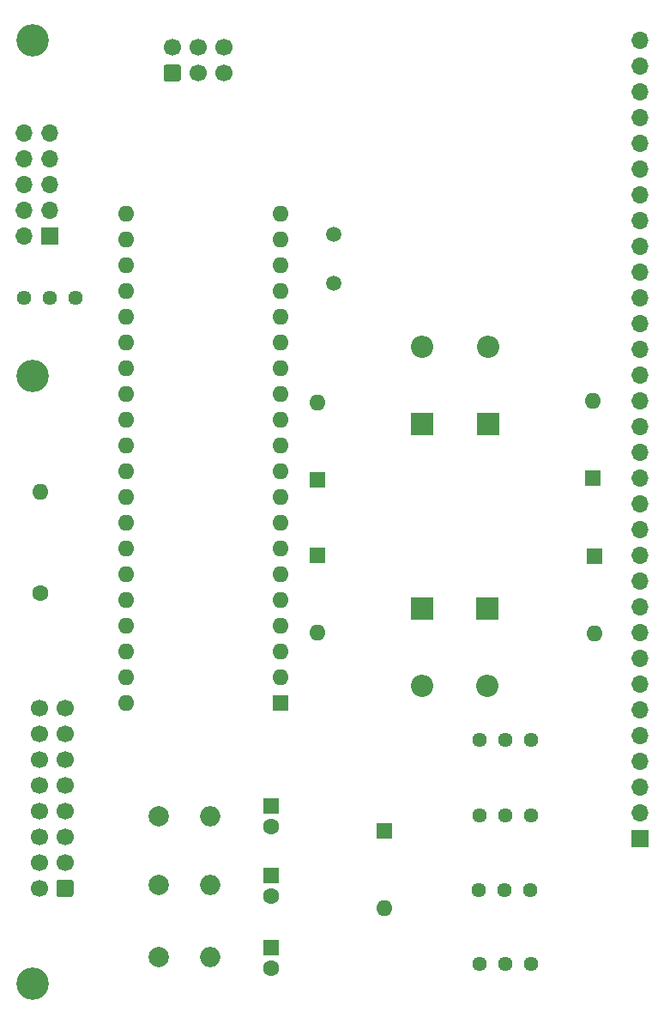
<source format=gbr>
%TF.GenerationSoftware,KiCad,Pcbnew,(5.1.10)-1*%
%TF.CreationDate,2021-10-30T12:19:22-04:00*%
%TF.ProjectId,Processor Board,50726f63-6573-4736-9f72-20426f617264,rev?*%
%TF.SameCoordinates,Original*%
%TF.FileFunction,Soldermask,Bot*%
%TF.FilePolarity,Negative*%
%FSLAX46Y46*%
G04 Gerber Fmt 4.6, Leading zero omitted, Abs format (unit mm)*
G04 Created by KiCad (PCBNEW (5.1.10)-1) date 2021-10-30 12:19:22*
%MOMM*%
%LPD*%
G01*
G04 APERTURE LIST*
%ADD10C,3.200000*%
%ADD11C,1.600000*%
%ADD12R,1.600000X1.600000*%
%ADD13O,1.600000X1.600000*%
%ADD14R,2.200000X2.200000*%
%ADD15O,2.200000X2.200000*%
%ADD16C,2.000000*%
%ADD17O,2.000000X2.000000*%
%ADD18C,1.700000*%
%ADD19R,1.700000X1.700000*%
%ADD20O,1.700000X1.700000*%
%ADD21C,1.500000*%
%ADD22C,1.440000*%
G04 APERTURE END LIST*
D10*
%TO.C,REF\u002A\u002A*%
X53500000Y-53500000D03*
%TD*%
%TO.C,m3*%
X53500000Y-86600000D03*
%TD*%
%TO.C,m3*%
X53500000Y-146500000D03*
%TD*%
D11*
%TO.C,C4*%
X77038200Y-144963900D03*
D12*
X77038200Y-142963900D03*
%TD*%
%TO.C,C6*%
X77038200Y-129025900D03*
D11*
X77038200Y-131025900D03*
%TD*%
D12*
%TO.C,C8*%
X77038200Y-135851900D03*
D11*
X77038200Y-137851900D03*
%TD*%
D12*
%TO.C,D1*%
X88193880Y-131490720D03*
D13*
X88193880Y-139110720D03*
%TD*%
D14*
%TO.C,D2*%
X91937840Y-91313000D03*
D15*
X91937840Y-83693000D03*
%TD*%
D14*
%TO.C,D3*%
X91968320Y-109534960D03*
D15*
X91968320Y-117154960D03*
%TD*%
%TO.C,D4*%
X98384360Y-117154960D03*
D14*
X98384360Y-109534960D03*
%TD*%
D15*
%TO.C,D5*%
X98455480Y-83693000D03*
D14*
X98455480Y-91313000D03*
%TD*%
D13*
%TO.C,D6*%
X81610200Y-89192100D03*
D12*
X81610200Y-96812100D03*
%TD*%
%TO.C,D7*%
X81622900Y-104279700D03*
D13*
X81622900Y-111899700D03*
%TD*%
%TO.C,D8*%
X109004100Y-111975900D03*
D12*
X109004100Y-104355900D03*
%TD*%
%TO.C,D9*%
X108826300Y-96685100D03*
D13*
X108826300Y-89065100D03*
%TD*%
D16*
%TO.C,FB1*%
X65976500Y-143878300D03*
D17*
X71056500Y-143878300D03*
%TD*%
%TO.C,FB2*%
X71005700Y-136766300D03*
D16*
X65925700Y-136766300D03*
%TD*%
%TO.C,FB3*%
X65976500Y-130009900D03*
D17*
X71056500Y-130009900D03*
%TD*%
%TO.C,J2*%
G36*
G01*
X67884600Y-57555500D02*
X66684600Y-57555500D01*
G75*
G02*
X66434600Y-57305500I0J250000D01*
G01*
X66434600Y-56105500D01*
G75*
G02*
X66684600Y-55855500I250000J0D01*
G01*
X67884600Y-55855500D01*
G75*
G02*
X68134600Y-56105500I0J-250000D01*
G01*
X68134600Y-57305500D01*
G75*
G02*
X67884600Y-57555500I-250000J0D01*
G01*
G37*
D18*
X69824600Y-56705500D03*
X72364600Y-56705500D03*
X67284600Y-54165500D03*
X69824600Y-54165500D03*
X72364600Y-54165500D03*
%TD*%
D19*
%TO.C,J3*%
X55240000Y-72800000D03*
D20*
X52700000Y-72800000D03*
X55240000Y-70260000D03*
X52700000Y-70260000D03*
X55240000Y-67720000D03*
X52700000Y-67720000D03*
X55240000Y-65180000D03*
X52700000Y-65180000D03*
X55240000Y-62640000D03*
X52700000Y-62640000D03*
%TD*%
D19*
%TO.C,J4*%
X113459200Y-132232400D03*
D20*
X113459200Y-129692400D03*
X113459200Y-127152400D03*
X113459200Y-124612400D03*
X113459200Y-122072400D03*
X113459200Y-119532400D03*
X113459200Y-116992400D03*
X113459200Y-114452400D03*
X113459200Y-111912400D03*
X113459200Y-109372400D03*
X113459200Y-106832400D03*
X113459200Y-104292400D03*
X113459200Y-101752400D03*
X113459200Y-99212400D03*
X113459200Y-96672400D03*
X113459200Y-94132400D03*
X113459200Y-91592400D03*
X113459200Y-89052400D03*
X113459200Y-86512400D03*
X113459200Y-83972400D03*
X113459200Y-81432400D03*
X113459200Y-78892400D03*
X113459200Y-76352400D03*
X113459200Y-73812400D03*
X113459200Y-71272400D03*
X113459200Y-68732400D03*
X113459200Y-66192400D03*
X113459200Y-63652400D03*
X113459200Y-61112400D03*
X113459200Y-58572400D03*
X113459200Y-56032400D03*
X113459200Y-53492400D03*
%TD*%
D11*
%TO.C,L1*%
X54259480Y-107980480D03*
D13*
X54259480Y-97980480D03*
%TD*%
D12*
%TO.C,U4*%
X77998320Y-118805960D03*
D13*
X62758320Y-70545960D03*
X77998320Y-116265960D03*
X62758320Y-73085960D03*
X77998320Y-113725960D03*
X62758320Y-75625960D03*
X77998320Y-111185960D03*
X62758320Y-78165960D03*
X77998320Y-108645960D03*
X62758320Y-80705960D03*
X77998320Y-106105960D03*
X62758320Y-83245960D03*
X77998320Y-103565960D03*
X62758320Y-85785960D03*
X77998320Y-101025960D03*
X62758320Y-88325960D03*
X77998320Y-98485960D03*
X62758320Y-90865960D03*
X77998320Y-95945960D03*
X62758320Y-93405960D03*
X77998320Y-93405960D03*
X62758320Y-95945960D03*
X77998320Y-90865960D03*
X62758320Y-98485960D03*
X77998320Y-88325960D03*
X62758320Y-101025960D03*
X77998320Y-85785960D03*
X62758320Y-103565960D03*
X77998320Y-83245960D03*
X62758320Y-106105960D03*
X77998320Y-80705960D03*
X62758320Y-108645960D03*
X77998320Y-78165960D03*
X62758320Y-111185960D03*
X77998320Y-75625960D03*
X62758320Y-113725960D03*
X77998320Y-73085960D03*
X62758320Y-116265960D03*
X77998320Y-70545960D03*
X62758320Y-118805960D03*
%TD*%
D21*
%TO.C,Y1*%
X83248500Y-72593200D03*
X83248500Y-77473200D03*
%TD*%
D22*
%TO.C,RV1*%
X52679600Y-78854300D03*
X55219600Y-78854300D03*
X57759600Y-78854300D03*
%TD*%
%TO.C,RV2*%
X102732840Y-122473720D03*
X100192840Y-122473720D03*
X97652840Y-122473720D03*
%TD*%
%TO.C,RV3*%
X97612200Y-129908300D03*
X100152200Y-129908300D03*
X102692200Y-129908300D03*
%TD*%
%TO.C,RV4*%
X102641400Y-137274300D03*
X100101400Y-137274300D03*
X97561400Y-137274300D03*
%TD*%
%TO.C,RV5*%
X97612200Y-144589500D03*
X100152200Y-144589500D03*
X102692200Y-144589500D03*
%TD*%
%TO.C,J1*%
G36*
G01*
X57542800Y-136521900D02*
X57542800Y-137721900D01*
G75*
G02*
X57292800Y-137971900I-250000J0D01*
G01*
X56092800Y-137971900D01*
G75*
G02*
X55842800Y-137721900I0J250000D01*
G01*
X55842800Y-136521900D01*
G75*
G02*
X56092800Y-136271900I250000J0D01*
G01*
X57292800Y-136271900D01*
G75*
G02*
X57542800Y-136521900I0J-250000D01*
G01*
G37*
D18*
X56692800Y-134581900D03*
X56692800Y-132041900D03*
X56692800Y-129501900D03*
X56692800Y-126961900D03*
X56692800Y-124421900D03*
X56692800Y-121881900D03*
X56692800Y-119341900D03*
X54152800Y-137121900D03*
X54152800Y-134581900D03*
X54152800Y-132041900D03*
X54152800Y-129501900D03*
X54152800Y-126961900D03*
X54152800Y-124421900D03*
X54152800Y-121881900D03*
X54152800Y-119341900D03*
%TD*%
M02*

</source>
